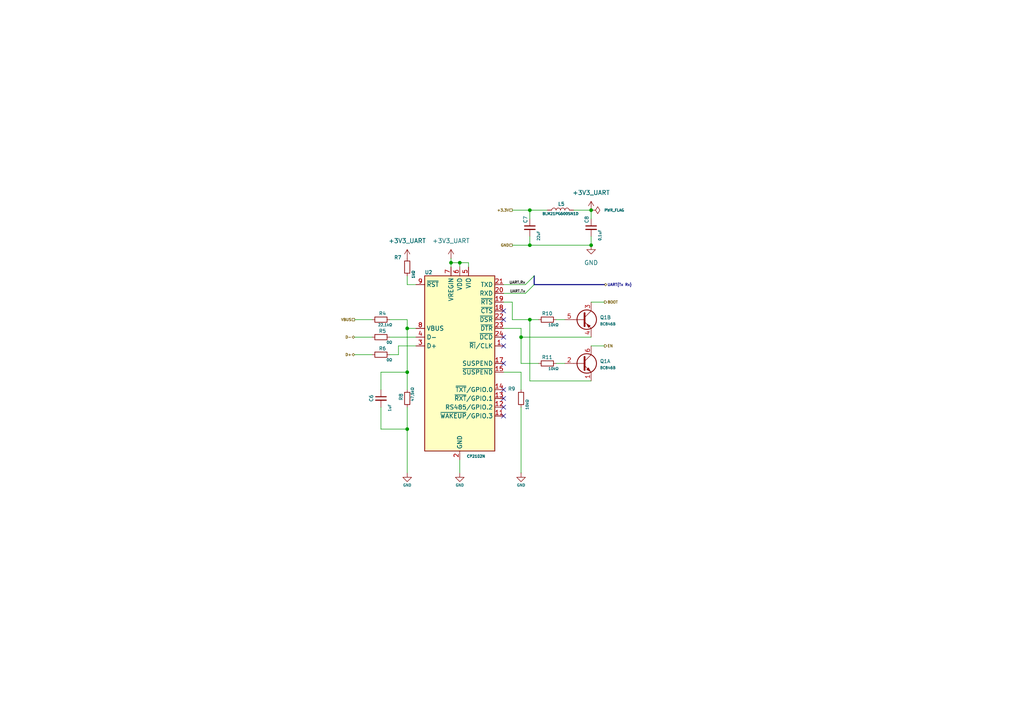
<source format=kicad_sch>
(kicad_sch (version 20250114) (generator "eeschema") (generator_version "9.0")
  (paper "A4")
  (title_block (title "Enviromental parameters multi-sensor") (date "2026-01-20") (rev "1.0") (company "MarPi82"))
  (lib_symbols
    (symbol "Device:C_Small" (pin_numbers (hide yes)) (pin_names (offset 0.254) (hide yes))
      (property "Reference" "C" (at 0.254 1.778 0))
      (property "Value" "C_Small" (at 0.254 -2.032 0))
      (symbol "C_Small_0_1"
        (polyline (pts (xy -1.524 0.508) (xy 1.524 0.508)) (stroke (width 0.3048)))
        (polyline (pts (xy -1.524 -0.508) (xy 1.524 -0.508)) (stroke (width 0.3302)))
      )
      (symbol "C_Small_1_1"
        (pin passive line (at 0 2.54 270) (length 2.032) (name "~") (number "1"))
        (pin passive line (at 0 -2.54 90) (length 2.032) (name "~") (number "2"))
      )
    )
    (symbol "Device:L" (pin_numbers (hide yes)) (pin_names (offset 1.016) (hide yes))
      (property "Reference" "L" (at -1.27 0 90))
      (property "Value" "L" (at 1.905 0 90))
      (symbol "L_0_1"
        (arc (start 0 2.54) (mid 0.6323 1.905) (end 0 1.27))
        (arc (start 0 1.27) (mid 0.6323 0.635) (end 0 0))
        (arc (start 0 0) (mid 0.6323 -0.635) (end 0 -1.27))
        (arc (start 0 -1.27) (mid 0.6323 -1.905) (end 0 -2.54))
      )
      (symbol "L_1_1"
        (pin passive line (at 0 3.81 270) (length 1.27) (name "1") (number "1"))
        (pin passive line (at 0 -3.81 90) (length 1.27) (name "2") (number "2"))
      )
    )
    (symbol "Device:R_Small" (pin_numbers (hide yes)) (pin_names (offset 0.254) (hide yes))
      (property "Reference" "R" (at 0 0 90))
      (property "Value" "R_Small" (at 1.778 0 90))
      (symbol "R_Small_0_1"
        (rectangle (start -0.762 1.778) (end 0.762 -1.778) (stroke (width 0.2032)))
      )
      (symbol "R_Small_1_1"
        (pin passive line (at 0 2.54 270) (length 0.762) (name "~") (number "1"))
        (pin passive line (at 0 -2.54 90) (length 0.762) (name "~") (number "2"))
      )
    )
    (symbol "Interface_USB:CP2102N-Axx-xQFN24"
      (property "Reference" "U" (at -8.89 26.67 0))
      (property "Value" "CP2102N-Axx-xQFN24" (at 13.97 26.67 0))
      (symbol "CP2102N-Axx-xQFN24_0_1"
        (rectangle (start -10.16 25.4) (end 10.16 -25.4) (stroke (width 0.254)) (fill (type background)))
      )
      (symbol "CP2102N-Axx-xQFN24_1_1"
        (pin input line (at -12.7 22.86 0) (length 2.54) (name "~{RST}") (number "9"))
        (pin input line (at -12.7 10.16 0) (length 2.54) (name "VBUS") (number "8"))
        (pin bidirectional line (at -12.7 7.62 0) (length 2.54) (name "D-") (number "4"))
        (pin bidirectional line (at -12.7 5.08 0) (length 2.54) (name "D+") (number "3"))
        (pin no_connect line (at -10.16 -22.86 0) (length 2.54) (hide yes) (name "NC") (number "10"))
        (pin power_in line (at -2.54 27.94 270) (length 2.54) (name "VREGIN") (number "7"))
        (pin power_in line (at 0 27.94 270) (length 2.54) (name "VDD") (number "6"))
        (pin power_in line (at 0 -27.94 90) (length 2.54) (name "GND") (number "2"))
        (pin passive line (at 0 -27.94 90) (length 2.54) (hide yes) (name "GND") (number "25"))
        (pin power_in line (at 2.54 27.94 270) (length 2.54) (name "VIO") (number "5"))
        (pin no_connect line (at 10.16 -22.86 180) (length 2.54) (hide yes) (name "NC") (number "16"))
        (pin output line (at 12.7 22.86 180) (length 2.54) (name "TXD") (number "21"))
        (pin input line (at 12.7 20.32 180) (length 2.54) (name "RXD") (number "20"))
        (pin output line (at 12.7 17.78 180) (length 2.54) (name "~{RTS}") (number "19"))
        (pin input line (at 12.7 15.24 180) (length 2.54) (name "~{CTS}") (number "18"))
        (pin input line (at 12.7 12.7 180) (length 2.54) (name "~{DSR}") (number "22"))
        (pin output line (at 12.7 10.16 180) (length 2.54) (name "~{DTR}") (number "23"))
        (pin input line (at 12.7 7.62 180) (length 2.54) (name "~{DCD}") (number "24"))
        (pin bidirectional line (at 12.7 5.08 180) (length 2.54) (name "~{RI}/CLK") (number "1"))
        (pin output line (at 12.7 0 180) (length 2.54) (name "SUSPEND") (number "17"))
        (pin output line (at 12.7 -2.54 180) (length 2.54) (name "~{SUSPEND}") (number "15"))
        (pin bidirectional line (at 12.7 -7.62 180) (length 2.54) (name "~{TXT}/GPIO.0") (number "14"))
        (pin bidirectional line (at 12.7 -10.16 180) (length 2.54) (name "~{RXT}/GPIO.1") (number "13"))
        (pin bidirectional line (at 12.7 -12.7 180) (length 2.54) (name "RS485/GPIO.2") (number "12"))
        (pin bidirectional line (at 12.7 -15.24 180) (length 2.54) (name "~{WAKEUP}/GPIO.3") (number "11"))
      )
    )
    (symbol "Transistor_BJT:BC846BPDW1" (pin_names (offset 0) (hide yes))
      (property "Reference" "Q" (at 5.08 1.27 0))
      (property "Value" "BC846BPDW1" (at 5.08 -1.27 0))
      (symbol "BC846BPDW1_0_1"
        (polyline (pts (xy 0.635 1.905) (xy 0.635 -1.905)) (stroke (width 0.508)))
        (polyline (pts (xy 0.635 0.635) (xy 2.54 2.54)))
        (polyline (pts (xy 0.635 0) (xy -2.54 0)))
        (polyline (pts (xy 0.635 -0.635) (xy 2.54 -2.54)))
        (circle (center 1.27 0) (radius 2.8194) (stroke (width 0.254)))
      )
      (symbol "BC846BPDW1_1_1"
        (polyline (pts (xy 1.27 -1.778) (xy 1.778 -1.27) (xy 2.286 -2.286) (xy 1.27 -1.778)) (fill (type outline)))
        (pin input line (at -5.08 0 0) (length 2.54) (name "B1") (number "2"))
        (pin passive line (at 2.54 5.08 270) (length 2.54) (name "C1") (number "6"))
        (pin passive line (at 2.54 -5.08 90) (length 2.54) (name "E1") (number "1"))
      )
      (symbol "BC846BPDW1_2_1"
        (polyline (pts (xy 2.286 -1.778) (xy 1.778 -2.286) (xy 1.27 -1.27) (xy 2.286 -1.778)) (fill (type outline)))
        (pin input line (at -5.08 0 0) (length 2.54) (name "B2") (number "5"))
        (pin passive line (at 2.54 5.08 270) (length 2.54) (name "C2") (number "3"))
        (pin passive line (at 2.54 -5.08 90) (length 2.54) (name "E2") (number "4"))
      )
    )
    (symbol "power:+3V3" (power) (pin_numbers (hide yes)) (pin_names (offset 0) (hide yes))
      (property "Value" "+3V3" (at 0 3.556 0))
      (symbol "+3V3_0_1"
        (polyline (pts (xy -0.762 1.27) (xy 0 2.54)))
        (polyline (pts (xy 0 2.54) (xy 0.762 1.27)))
        (polyline (pts (xy 0 0) (xy 0 2.54)))
      )
      (symbol "+3V3_1_1"
        (pin power_in line (at 0 0 90) (length 0) (name "~") (number "1"))
      )
    )
    (symbol "power:GND" (power) (pin_numbers (hide yes)) (pin_names (offset 0) (hide yes))
      (property "Value" "GND" (at 0 -3.81 0))
      (symbol "GND_0_1"
        (polyline (pts (xy 0 0) (xy 0 -1.27) (xy 1.27 -1.27) (xy 0 -2.54) (xy -1.27 -1.27) (xy 0 -1.27)))
      )
      (symbol "GND_1_1"
        (pin power_in line (at 0 0 270) (length 0) (name "~") (number "1"))
      )
    )
    (symbol "power:PWR_FLAG" (power) (pin_numbers (hide yes)) (pin_names (offset 0) (hide yes))
      (property "Value" "PWR_FLAG" (at 0 3.81 0))
      (symbol "PWR_FLAG_0_0"
        (pin power_out line (at 0 0 90) (length 0) (name "~") (number "1"))
      )
      (symbol "PWR_FLAG_0_1"
        (polyline (pts (xy 0 0) (xy 0 1.27) (xy -1.016 1.905) (xy 0 2.54) (xy 1.016 1.905) (xy 0 1.27)))
      )
    )
  )
  (junction (at 151.13 97.79))
  (junction (at 133.35 76.2))
  (junction (at 130.81 76.2))
  (junction (at 171.45 60.96))
  (junction (at 153.67 92.71))
  (junction (at 153.67 71.12))
  (junction (at 153.67 60.96))
  (junction (at 118.11 124.46))
  (junction (at 118.11 95.25))
  (junction (at 118.11 107.95))
  (junction (at 171.45 71.12))
  (no_connect (at 146.05 118.11))
  (no_connect (at 146.05 92.71))
  (no_connect (at 146.05 120.65))
  (no_connect (at 146.05 97.79))
  (no_connect (at 146.05 90.17))
  (no_connect (at 146.05 113.03))
  (no_connect (at 146.05 100.33))
  (no_connect (at 146.05 115.57))
  (no_connect (at 146.05 105.41))
  (bus_entry (at 152.4 85.09) (size 2.54 -2.54))
  (bus_entry (at 152.4 82.55) (size 2.54 -2.54))
  (wire (pts (xy 102.87 102.87) (xy 107.95 102.87)))
  (wire (pts (xy 148.59 71.12) (xy 153.67 71.12)))
  (wire (pts (xy 130.81 74.93) (xy 130.81 76.2)))
  (wire (pts (xy 148.59 87.63) (xy 146.05 87.63)))
  (wire (pts (xy 151.13 105.41) (xy 156.21 105.41)))
  (wire (pts (xy 153.67 60.96) (xy 158.75 60.96)))
  (wire (pts (xy 171.45 60.96) (xy 171.45 63.5)))
  (wire (pts (xy 118.11 107.95) (xy 118.11 113.03)))
  (wire (pts (xy 118.11 95.25) (xy 120.65 95.25)))
  (wire (pts (xy 118.11 95.25) (xy 118.11 107.95)))
  (wire (pts (xy 161.29 105.41) (xy 163.83 105.41)))
  (wire (pts (xy 115.57 100.33) (xy 115.57 102.87)))
  (wire (pts (xy 102.87 92.71) (xy 107.95 92.71)))
  (wire (pts (xy 113.03 97.79) (xy 120.65 97.79)))
  (bus (pts (xy 154.94 82.55) (xy 175.26 82.55)))
  (wire (pts (xy 110.49 113.03) (xy 110.49 107.95)))
  (wire (pts (xy 153.67 68.58) (xy 153.67 71.12)))
  (wire (pts (xy 151.13 95.25) (xy 151.13 97.79)))
  (wire (pts (xy 118.11 95.25) (xy 118.11 92.71)))
  (wire (pts (xy 135.89 77.47) (xy 135.89 76.2)))
  (wire (pts (xy 118.11 118.11) (xy 118.11 124.46)))
  (wire (pts (xy 151.13 107.95) (xy 151.13 113.03)))
  (wire (pts (xy 151.13 118.11) (xy 151.13 137.16)))
  (wire (pts (xy 130.81 76.2) (xy 130.81 77.47)))
  (wire (pts (xy 110.49 118.11) (xy 110.49 124.46)))
  (wire (pts (xy 146.05 85.09) (xy 152.4 85.09)))
  (wire (pts (xy 118.11 124.46) (xy 118.11 137.16)))
  (wire (pts (xy 148.59 92.71) (xy 148.59 87.63)))
  (wire (pts (xy 156.21 92.71) (xy 153.67 92.71)))
  (wire (pts (xy 146.05 95.25) (xy 151.13 95.25)))
  (wire (pts (xy 120.65 100.33) (xy 115.57 100.33)))
  (wire (pts (xy 153.67 92.71) (xy 148.59 92.71)))
  (wire (pts (xy 161.29 92.71) (xy 163.83 92.71)))
  (wire (pts (xy 171.45 87.63) (xy 175.26 87.63)))
  (wire (pts (xy 171.45 71.12) (xy 171.45 68.58)))
  (wire (pts (xy 171.45 110.49) (xy 153.67 110.49)))
  (wire (pts (xy 115.57 102.87) (xy 113.03 102.87)))
  (wire (pts (xy 146.05 82.55) (xy 152.4 82.55)))
  (wire (pts (xy 166.37 60.96) (xy 171.45 60.96)))
  (wire (pts (xy 110.49 124.46) (xy 118.11 124.46)))
  (wire (pts (xy 153.67 110.49) (xy 153.67 92.71)))
  (wire (pts (xy 133.35 76.2) (xy 130.81 76.2)))
  (wire (pts (xy 151.13 97.79) (xy 171.45 97.79)))
  (wire (pts (xy 110.49 107.95) (xy 118.11 107.95)))
  (wire (pts (xy 102.87 97.79) (xy 107.95 97.79)))
  (wire (pts (xy 133.35 77.47) (xy 133.35 76.2)))
  (wire (pts (xy 171.45 100.33) (xy 175.26 100.33)))
  (wire (pts (xy 153.67 71.12) (xy 171.45 71.12)))
  (wire (pts (xy 120.65 82.55) (xy 118.11 82.55)))
  (wire (pts (xy 135.89 76.2) (xy 133.35 76.2)))
  (wire (pts (xy 118.11 92.71) (xy 113.03 92.71)))
  (bus (pts (xy 154.94 80.01) (xy 154.94 82.55)))
  (wire (pts (xy 153.67 63.5) (xy 153.67 60.96)))
  (wire (pts (xy 133.35 133.35) (xy 133.35 137.16)))
  (wire (pts (xy 118.11 82.55) (xy 118.11 80.01)))
  (wire (pts (xy 151.13 97.79) (xy 151.13 105.41)))
  (wire (pts (xy 146.05 107.95) (xy 151.13 107.95)))
  (wire (pts (xy 148.59 60.96) (xy 153.67 60.96)))
  (label "UART.Tx" (at 152.4 85.09 180) (effects (font (size 0.762 0.762))))
  (label "UART.Rx" (at 152.4 82.55 180) (effects (font (size 0.762 0.762))))
  (hierarchical_label "VBUS" (shape passive) (at 102.87 92.71 180) (effects (font (size 0.762 0.762))))
  (hierarchical_label "EN" (shape output) (at 175.26 100.33 0) (effects (font (size 0.762 0.762))))
  (hierarchical_label "D+" (shape bidirectional) (at 102.87 102.87 180) (effects (font (size 0.762 0.762))))
  (hierarchical_label "D-" (shape bidirectional) (at 102.87 97.79 180) (effects (font (size 0.762 0.762))))
  (hierarchical_label "BOOT" (shape output) (at 175.26 87.63 0) (effects (font (size 0.762 0.762))))
  (hierarchical_label "UART{Tx Rx}" (shape bidirectional) (at 175.26 82.55 0) (effects (font (size 0.762 0.762))))
  (hierarchical_label "+3.3V" (shape passive) (at 148.59 60.96 180) (effects (font (size 0.762 0.762))))
  (hierarchical_label "GND" (shape passive) (at 148.59 71.12 180) (effects (font (size 0.762 0.762))))
  (symbol (lib_id "power:+3V3") (at 130.81 74.93 0) (unit 1)
    (property "Reference" "#PWR028" (effects (hide yes)))
    (property "Value" "+3V3_UART" (at 130.81 69.85 0))
    (property "Description" "Power symbol creates a global label with name \"+3V3\"" (effects (hide yes)))
  )
  (symbol (lib_id "power:PWR_FLAG") (at 171.45 60.96 270) (unit 1)
    (property "Reference" "#FLG07" (effects (hide yes)))
    (property "Value" "PWR_FLAG" (at 175.26 60.96 90) (effects (font (size 0.762 0.762)) (justify left)))
    (property "Description" "Special symbol for telling ERC where power comes from" (effects (hide yes)))
  )
  (symbol (lib_id "power:+3V3") (at 118.11 74.93 0) (unit 1)
    (property "Reference" "#PWR026" (effects (hide yes)))
    (property "Value" "+3V3_UART" (at 118.11 69.85 0))
    (property "Description" "Power symbol creates a global label with name \"+3V3\"" (effects (hide yes)))
  )
  (symbol (lib_id "Device:R_Small") (at 110.49 97.79 90) (unit 1)
    (property "Reference" "R5" (at 112.014 96.012 90) (effects (font (size 1.016 1.016)) (justify left)))
    (property "Value" "0Ω" (at 113.792 99.314 90) (effects (font (size 0.762 0.762)) (justify left)))
    (property "Footprint" "Resistor_SMD:R_0603_1608Metric" (effects (hide yes)))
    (property "Description" "Resistor, small symbol" (effects (hide yes)))
    (property "DigiKey_Part_Number" "541-0.0GCT-ND" (effects (hide yes)))
    (property "Power" "0.125W, 1/8W" (effects (hide yes)))
    (property "Tolerance" "1%" (effects (hide yes)))
    (property "Manufacturer_Name" "CRCW06030000Z0EA" (effects (hide yes)))
    (property "Manufacturer_Part_Number" "Vishay Dale" (effects (hide yes)))
    (property "PACKAGE" "0603" (effects (hide yes)))
  )
  (symbol (lib_id "power:GND") (at 171.45 71.12 0) (unit 1)
    (property "Reference" "#PWR032" (effects (hide yes)))
    (property "Value" "GND" (at 171.45 76.2 0))
    (property "Description" "Power symbol creates a global label with name \"GND\" , ground" (effects (hide yes)))
  )
  (symbol (lib_id "Device:R_Small") (at 118.11 77.47 0) (unit 1)
    (property "Reference" "R7" (at 114.3 74.676 0) (effects (font (size 1.016 1.016)) (justify left)))
    (property "Value" "1kΩ" (at 119.888 80.772 90) (effects (font (size 0.762 0.762)) (justify left)))
    (property "Footprint" "Resistor_SMD:R_0603_1608Metric" (effects (hide yes)))
    (property "Description" "Resistor, small symbol" (effects (hide yes)))
    (property "DigiKey_Part_Number" "541-1.00KHCT-ND" (effects (hide yes)))
    (property "Power" "0.125W, 1/8W" (effects (hide yes)))
    (property "Tolerance" "1%" (effects (hide yes)))
    (property "Manufacturer_Name" "CRCW06031K00FKEA" (effects (hide yes)))
    (property "Manufacturer_Part_Number" "Vishay Dale" (effects (hide yes)))
    (property "PACKAGE" "0603" (effects (hide yes)))
  )
  (symbol (lib_id "power:GND") (at 118.11 137.16 0) (unit 1)
    (property "Reference" "#PWR027" (effects (hide yes)))
    (property "Value" "GND" (at 118.11 140.716 0) (effects (font (size 0.762 0.762))))
    (property "Description" "Power symbol creates a global label with name \"GND\" , ground" (effects (hide yes)))
  )
  (symbol (lib_id "Device:C_Small") (at 153.67 66.04 0) (unit 1)
    (property "Reference" "C7" (at 152.4 64.77 90) (effects (font (size 1.016 1.016)) (justify left)))
    (property "Value" "22uF" (at 156.21 69.85 90) (effects (font (size 0.762 0.762)) (justify left)))
    (property "Footprint" "Capacitor_SMD:C_1210_3225Metric" (effects (hide yes)))
    (property "Description" "Unpolarized capacitor, small symbol" (effects (hide yes)))
    (property "DigiKey_Part_Number" "1276-3392-1-ND" (effects (hide yes)))
    (property "Manufacturer_Name" "CL32B226KAJNNNE" (effects (hide yes)))
    (property "Manufacturer_Part_Number" "Samsung" (effects (hide yes)))
    (property "PACKAGE" "2110" (effects (hide yes)))
    (property "Rated_Voltage" "25V" (effects (hide yes)))
    (property "Temperature_Coefficient" "X7R" (effects (hide yes)))
  )
  (symbol (lib_id "Device:R_Small") (at 110.49 102.87 90) (unit 1)
    (property "Reference" "R6" (at 112.014 101.092 90) (effects (font (size 1.016 1.016)) (justify left)))
    (property "Value" "0Ω" (at 113.792 104.394 90) (effects (font (size 0.762 0.762)) (justify left)))
    (property "Footprint" "Resistor_SMD:R_0603_1608Metric" (effects (hide yes)))
    (property "Description" "Resistor, small symbol" (effects (hide yes)))
    (property "DigiKey_Part_Number" "541-0.0GCT-ND" (effects (hide yes)))
    (property "Power" "0.125W, 1/8W" (effects (hide yes)))
    (property "Tolerance" "1%" (effects (hide yes)))
    (property "Manufacturer_Name" "CRCW06030000Z0EA" (effects (hide yes)))
    (property "Manufacturer_Part_Number" "Vishay Dale" (effects (hide yes)))
    (property "PACKAGE" "0603" (effects (hide yes)))
  )
  (symbol (lib_id "power:+3V3") (at 171.45 60.96 0) (unit 1)
    (property "Reference" "#PWR031" (effects (hide yes)))
    (property "Value" "+3V3_UART" (at 171.45 55.88 0))
    (property "Description" "Power symbol creates a global label with name \"+3V3\"" (effects (hide yes)))
  )
  (symbol (lib_id "Device:C_Small") (at 171.45 66.04 0) (unit 1)
    (property "Reference" "C8" (at 170.18 64.77 90) (effects (font (size 1.016 1.016)) (justify left)))
    (property "Value" "0,1uF" (at 173.99 69.85 90) (effects (font (size 0.762 0.762)) (justify left)))
    (property "Footprint" "Capacitor_SMD:C_0603_1608Metric" (effects (hide yes)))
    (property "Description" "Unpolarized capacitor, small symbol" (effects (hide yes)))
    (property "DigiKey_Part_Number" "1276-1018-1-ND" (effects (hide yes)))
    (property "Manufacturer_Name" "CL10B102KB8NNNC" (effects (hide yes)))
    (property "Manufacturer_Part_Number" "Samsung" (effects (hide yes)))
    (property "PACKAGE" "0603" (effects (hide yes)))
    (property "Rated_Voltage" "50V" (effects (hide yes)))
    (property "Temperature_Coefficient" "X7R" (effects (hide yes)))
  )
  (symbol (lib_id "power:GND") (at 151.13 137.16 0) (unit 1)
    (property "Reference" "#PWR030" (effects (hide yes)))
    (property "Value" "GND" (at 151.13 140.716 0) (effects (font (size 0.762 0.762))))
    (property "Description" "Power symbol creates a global label with name \"GND\" , ground" (effects (hide yes)))
  )
  (symbol (lib_id "Transistor_BJT:BC846BPDW1") (at 168.91 92.71 0) (unit 2)
    (property "Reference" "Q1" (at 173.99 92.0749 0) (effects (font (size 1.016 1.016)) (justify left)))
    (property "Value" "BC846B" (at 173.99 93.98 0) (effects (font (size 0.762 0.762)) (justify left)))
    (property "Footprint" "Package_TO_SOT_SMD:SOT-363_SC-70-6" (effects (hide yes)))
    (property "Datasheet" "http://www.onsemi.com/pub_link/Collateral/BC846BPDW1T1-D.PDF" (effects (hide yes)))
    (property "Description" "100mA IC, 65V Vce, Dual NPN/PNP Transistors, SOT-363" (effects (hide yes)))
    (property "DigiKey_Part_Number" "1727-4846-1-ND" (effects (hide yes)))
    (property "Manufacturer_Name" "BC846BPN,115" (effects (hide yes)))
    (property "Manufacturer_Part_Number" "Nexperia USA Inc." (effects (hide yes)))
    (property "PACKAGE" "6-TSSOP, SC-88, SOT-363" (effects (hide yes)))
  )
  (symbol (lib_id "Device:R_Small") (at 158.75 92.71 90) (unit 1)
    (property "Reference" "R10" (at 160.274 90.932 90) (effects (font (size 1.016 1.016)) (justify left)))
    (property "Value" "10kΩ" (at 162.052 94.234 90) (effects (font (size 0.762 0.762)) (justify left)))
    (property "Footprint" "Resistor_SMD:R_0603_1608Metric" (effects (hide yes)))
    (property "Description" "Resistor, small symbol" (effects (hide yes)))
    (property "DigiKey_Part_Number" "541-10.0KHCT-ND" (effects (hide yes)))
    (property "Power" "0.125W, 1/8W" (effects (hide yes)))
    (property "Tolerance" "1%" (effects (hide yes)))
    (property "Manufacturer_Name" "CRCW060310K0FKEA" (effects (hide yes)))
    (property "Manufacturer_Part_Number" "Vishay Dale" (effects (hide yes)))
    (property "PACKAGE" "0603" (effects (hide yes)))
  )
  (symbol (lib_id "Device:R_Small") (at 118.11 115.57 180) (unit 1)
    (property "Reference" "R8" (at 116.332 114.046 90) (effects (font (size 1.016 1.016)) (justify left)))
    (property "Value" "47,5kΩ" (at 119.634 112.268 90) (effects (font (size 0.762 0.762)) (justify left)))
    (property "Footprint" "Resistor_SMD:R_0603_1608Metric" (effects (hide yes)))
    (property "Description" "Resistor, small symbol" (effects (hide yes)))
    (property "DigiKey_Part_Number" "541-47.5KHCT-ND" (effects (hide yes)))
    (property "Power" "0.125W, 1/8W" (effects (hide yes)))
    (property "Tolerance" "1%" (effects (hide yes)))
    (property "Manufacturer_Name" "CRCW060347K5FKEA" (effects (hide yes)))
    (property "Manufacturer_Part_Number" "Vishay Dale" (effects (hide yes)))
    (property "PACKAGE" "0603" (effects (hide yes)))
  )
  (symbol (lib_id "Transistor_BJT:BC846BPDW1") (at 168.91 105.41 0) (unit 1)
    (property "Reference" "Q1" (at 173.99 104.7749 0) (effects (font (size 1.016 1.016)) (justify left)))
    (property "Value" "BC846B" (at 173.99 106.68 0) (effects (font (size 0.762 0.762)) (justify left)))
    (property "Footprint" "Package_TO_SOT_SMD:SOT-363_SC-70-6" (effects (hide yes)))
    (property "Datasheet" "http://www.onsemi.com/pub_link/Collateral/BC846BPDW1T1-D.PDF" (effects (hide yes)))
    (property "Description" "100mA IC, 65V Vce, Dual NPN/PNP Transistors, SOT-363" (effects (hide yes)))
    (property "DigiKey_Part_Number" "1727-4846-1-ND" (effects (hide yes)))
    (property "Manufacturer_Name" "BC846BPN,115" (effects (hide yes)))
    (property "Manufacturer_Part_Number" "Nexperia USA Inc." (effects (hide yes)))
    (property "PACKAGE" "6-TSSOP, SC-88, SOT-363" (effects (hide yes)))
  )
  (symbol (lib_id "power:GND") (at 133.35 137.16 0) (unit 1)
    (property "Reference" "#PWR029" (effects (hide yes)))
    (property "Value" "GND" (at 133.35 140.716 0) (effects (font (size 0.762 0.762))))
    (property "Description" "Power symbol creates a global label with name \"GND\" , ground" (effects (hide yes)))
  )
  (symbol (lib_id "Device:C_Small") (at 110.49 115.57 0) (unit 1)
    (property "Reference" "C6" (at 107.696 116.586 90) (effects (font (size 1.016 1.016)) (justify left)))
    (property "Value" "1uF" (at 113.03 119.38 90) (effects (font (size 0.762 0.762)) (justify left)))
    (property "Footprint" "Capacitor_SMD:C_0805_2012Metric" (effects (hide yes)))
    (property "Description" "Unpolarized capacitor, small symbol" (effects (hide yes)))
    (property "DigiKey_Part_Number" "1276-1066-1-ND" (effects (hide yes)))
    (property "Manufacturer_Name" "CL21B105KAFNNNE" (effects (hide yes)))
    (property "Manufacturer_Part_Number" "Samsung" (effects (hide yes)))
    (property "PACKAGE" "0805" (effects (hide yes)))
    (property "Rated_Voltage" "25V" (effects (hide yes)))
    (property "Temperature_Coefficient" "X7R" (effects (hide yes)))
  )
  (symbol (lib_id "Interface_USB:CP2102N-Axx-xQFN24") (at 133.35 105.41 0) (unit 1)
    (property "Reference" "U2" (at 123.19 78.994 0) (effects (font (size 1.016 1.016)) (justify left)))
    (property "Value" "CP2102N" (at 135.382 132.334 0) (effects (font (size 0.762 0.762)) (justify left)))
    (property "Footprint" "Package_DFN_QFN:QFN-24-1EP_4x4mm_P0.5mm_EP2.6x2.6mm" (effects (hide yes)))
    (property "Datasheet" "https://www.silabs.com/documents/public/data-sheets/cp2102n-datasheet.pdf" (effects (hide yes)))
    (property "Description" "USB to UART master bridge, QFN-24" (effects (hide yes)))
    (property "DigiKey_Part_Number" "336-5888-1-ND" (effects (hide yes)))
    (property "Manufacturer_Name" "CP2102N-A02-GQFN24R" (effects (hide yes)))
    (property "Manufacturer_Part_Number" "Silicon Labs" (effects (hide yes)))
    (property "PACKAGE" "24-QFN" (effects (hide yes)))
  )
  (symbol (lib_id "Device:R_Small") (at 151.13 115.57 0) (unit 1)
    (property "Reference" "R9" (at 147.32 112.776 0) (effects (font (size 1.016 1.016)) (justify left)))
    (property "Value" "10kΩ" (at 152.908 118.872 90) (effects (font (size 0.762 0.762)) (justify left)))
    (property "Footprint" "Resistor_SMD:R_0603_1608Metric" (effects (hide yes)))
    (property "Description" "Resistor, small symbol" (effects (hide yes)))
    (property "DigiKey_Part_Number" "541-10.0KHCT-ND" (effects (hide yes)))
    (property "Power" "0.125W, 1/8W" (effects (hide yes)))
    (property "Tolerance" "1%" (effects (hide yes)))
    (property "Manufacturer_Name" "CRCW060310K0FKEA" (effects (hide yes)))
    (property "Manufacturer_Part_Number" "Vishay Dale" (effects (hide yes)))
    (property "PACKAGE" "0603" (effects (hide yes)))
  )
  (symbol (lib_id "Device:R_Small") (at 110.49 92.71 90) (unit 1)
    (property "Reference" "R4" (at 112.014 90.932 90) (effects (font (size 1.016 1.016)) (justify left)))
    (property "Value" "22,1kΩ" (at 113.792 94.234 90) (effects (font (size 0.762 0.762)) (justify left)))
    (property "Footprint" "Resistor_SMD:R_0603_1608Metric" (effects (hide yes)))
    (property "Description" "Resistor, small symbol" (effects (hide yes)))
    (property "DigiKey_Part_Number" "541-22.1KHCT-ND" (effects (hide yes)))
    (property "Power" "0.125W, 1/8W" (effects (hide yes)))
    (property "Tolerance" "1%" (effects (hide yes)))
    (property "Manufacturer_Name" "CRCW060322K1FKEA" (effects (hide yes)))
    (property "Manufacturer_Part_Number" "Vishay Dale" (effects (hide yes)))
    (property "PACKAGE" "0603" (effects (hide yes)))
  )
  (symbol (lib_id "Device:L") (at 162.56 60.96 90) (unit 1)
    (property "Reference" "L5" (at 162.814 59.182 90) (effects (font (size 1.016 1.016))))
    (property "Value" "BLM21PG600SN1D" (at 162.56 61.976 90) (effects (font (size 0.762 0.762))))
    (property "Footprint" "Inductor_SMD:L_0805_2012Metric" (effects (hide yes)))
    (property "Description" "Inductor" (effects (hide yes)))
    (property "DigiKey_Part_Number" "490-1053-1-ND" (effects (hide yes)))
    (property "Manufacturer_Name" "BLM21PG600SN1D" (effects (hide yes)))
    (property "Manufacturer_Part_Number" "Murata Electronics" (effects (hide yes)))
  )
  (symbol (lib_id "Device:R_Small") (at 158.75 105.41 90) (unit 1)
    (property "Reference" "R11" (at 160.274 103.632 90) (effects (font (size 1.016 1.016)) (justify left)))
    (property "Value" "10kΩ" (at 162.052 106.934 90) (effects (font (size 0.762 0.762)) (justify left)))
    (property "Footprint" "Resistor_SMD:R_0603_1608Metric" (effects (hide yes)))
    (property "Description" "Resistor, small symbol" (effects (hide yes)))
    (property "DigiKey_Part_Number" "541-10.0KHCT-ND" (effects (hide yes)))
    (property "Power" "0.125W, 1/8W" (effects (hide yes)))
    (property "Tolerance" "1%" (effects (hide yes)))
    (property "Manufacturer_Name" "CRCW060310K0FKEA" (effects (hide yes)))
    (property "Manufacturer_Part_Number" "Vishay Dale" (effects (hide yes)))
    (property "PACKAGE" "0603" (effects (hide yes)))
  )
)
</source>
